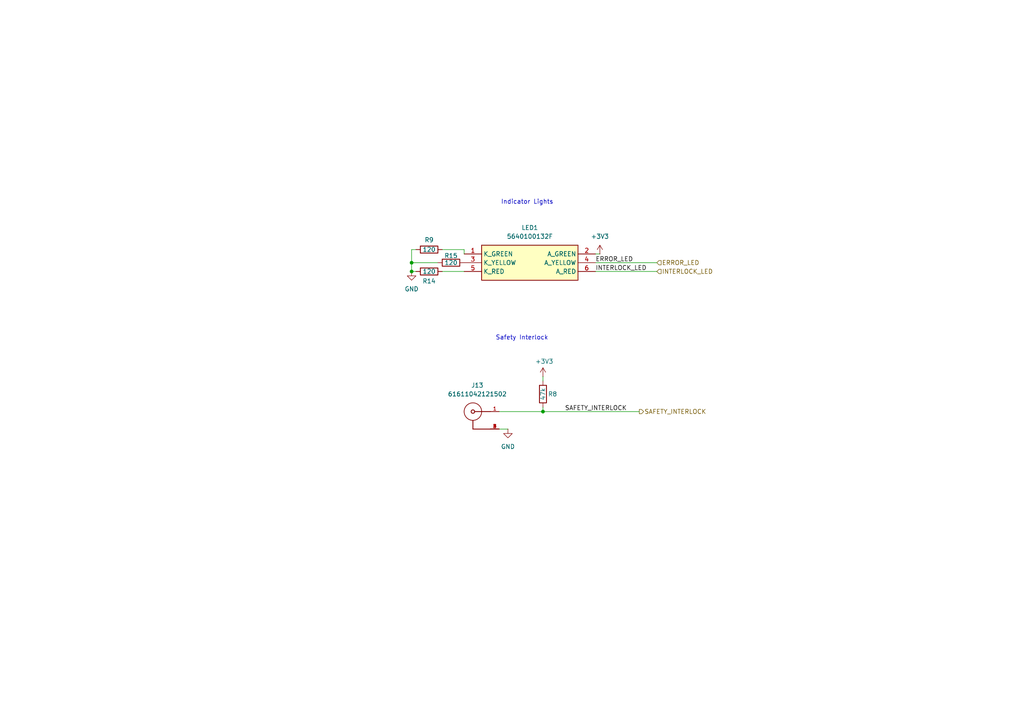
<source format=kicad_sch>
(kicad_sch (version 20250114) (generator "eeschema") (generator_version "9.0")
  (paper "A4")
  (title_block (title "LED Indicators and Interlock") (date "2026-01-08") (rev "0.1") (company "OpenPIV Consortium"))
  (lib_symbols
    (symbol "5640100132F:5640100132F"
      (property "Reference" "LED" (at 34.29 7.62 0))
      (property "Value" "5640100132F" (at 34.29 5.08 0))
      (symbol "5640100132F_1_1"
        (rectangle (start 5.08 2.54) (end 33.02 -7.62) (stroke (width 0.254)) (fill (type background)))
        (pin passive line (at 0 0 0) (length 5.08) (name "K_GREEN") (number "1"))
        (pin passive line (at 0 -2.54 0) (length 5.08) (name "K_YELLOW") (number "3"))
        (pin passive line (at 0 -5.08 0) (length 5.08) (name "K_RED") (number "5"))
        (pin passive line (at 38.1 0 180) (length 5.08) (name "A_GREEN") (number "2"))
        (pin passive line (at 38.1 -2.54 180) (length 5.08) (name "A_YELLOW") (number "4"))
        (pin passive line (at 38.1 -5.08 180) (length 5.08) (name "A_RED") (number "6"))
      )
    )
    (symbol "61611042121502:61611042121502" (pin_names (offset 1.016))
      (property "Reference" "J" (at 0 3.54 0))
      (property "Value" "61611042121502" (at -5.08 -8.08 0))
      (symbol "61611042121502_0_0"
        (circle (center 0 0) (radius 0.5) (stroke (width 0.254)))
        (circle (center 0 0) (radius 2.54) (stroke (width 0.2)))
        (polyline (pts (xy 0 -2.54) (xy 0 -5.08)) (stroke (width 0.254)))
        (polyline (pts (xy 0 -5.08) (xy 5.08 -5.08)) (stroke (width 0.254)))
        (polyline (pts (xy 5.08 0) (xy 0.54 0)) (stroke (width 0.254)))
        (pin passive line (at 7.62 0 180) (length 2.54) (name "~") (number "1"))
        (pin passive line (at 7.62 -5.08 180) (length 2.54) (name "~") (number "2"))
        (pin passive line (at 7.62 -5.08 180) (length 2.54) (name "~") (number "3"))
        (pin passive line (at 7.62 -5.08 180) (length 2.54) (name "~") (number "4"))
        (pin passive line (at 7.62 -5.08 180) (length 2.54) (name "~") (number "5"))
      )
    )
    (symbol "Device:R" (pin_numbers (hide yes)) (pin_names (offset 0))
      (property "Reference" "R" (at 2.032 0 90))
      (property "Value" "R" (at 0 0 90))
      (symbol "R_0_1"
        (rectangle (start -1.016 -2.54) (end 1.016 2.54) (stroke (width 0.254)))
      )
      (symbol "R_1_1"
        (pin passive line (at 0 3.81 270) (length 1.27) (name "~") (number "1"))
        (pin passive line (at 0 -3.81 90) (length 1.27) (name "~") (number "2"))
      )
    )
    (symbol "power:+3V3" (power) (pin_numbers (hide yes)) (pin_names (offset 0) (hide yes))
      (property "Value" "+3V3" (at 0 3.556 0))
      (symbol "+3V3_0_1"
        (polyline (pts (xy -0.762 1.27) (xy 0 2.54)))
        (polyline (pts (xy 0 2.54) (xy 0.762 1.27)))
        (polyline (pts (xy 0 0) (xy 0 2.54)))
      )
      (symbol "+3V3_1_1"
        (pin power_in line (at 0 0 90) (length 0) (name "~") (number "1"))
      )
    )
    (symbol "power:GND" (power) (pin_numbers (hide yes)) (pin_names (offset 0) (hide yes))
      (property "Value" "GND" (at 0 -3.81 0))
      (symbol "GND_0_1"
        (polyline (pts (xy 0 0) (xy 0 -1.27) (xy 1.27 -1.27) (xy 0 -2.54) (xy -1.27 -1.27) (xy 0 -1.27)))
      )
      (symbol "GND_1_1"
        (pin power_in line (at 0 0 270) (length 0) (name "~") (number "1"))
      )
    )
  )
  (text "Safety Interlock" (at 151.384 98.044 0) (effects (font (size 1.27 1.27))))
  (text "Indicator Lights" (at 152.908 58.674 0) (effects (font (size 1.27 1.27))))
  (junction (at 119.38 76.2))
  (junction (at 157.48 119.38))
  (junction (at 119.38 78.74))
  (wire (pts (xy 172.72 78.74) (xy 190.5 78.74)))
  (wire (pts (xy 128.27 78.74) (xy 134.62 78.74)))
  (wire (pts (xy 172.72 76.2) (xy 190.5 76.2)))
  (wire (pts (xy 119.38 72.39) (xy 119.38 76.2)))
  (wire (pts (xy 157.48 118.11) (xy 157.48 119.38)))
  (wire (pts (xy 157.48 119.38) (xy 185.42 119.38)))
  (wire (pts (xy 144.78 119.38) (xy 157.48 119.38)))
  (wire (pts (xy 119.38 72.39) (xy 120.65 72.39)))
  (wire (pts (xy 144.78 124.46) (xy 147.32 124.46)))
  (wire (pts (xy 157.48 109.22) (xy 157.48 110.49)))
  (wire (pts (xy 119.38 76.2) (xy 119.38 78.74)))
  (wire (pts (xy 134.62 72.39) (xy 128.27 72.39)))
  (wire (pts (xy 172.72 73.66) (xy 173.99 73.66)))
  (wire (pts (xy 119.38 78.74) (xy 120.65 78.74)))
  (wire (pts (xy 134.62 73.66) (xy 134.62 72.39)))
  (wire (pts (xy 119.38 76.2) (xy 127 76.2)))
  (label "SAFETY_INTERLOCK" (at 163.83 119.38 0))
  (label "INTERLOCK_LED" (at 172.72 78.74 0))
  (label "ERROR_LED" (at 172.72 76.2 0))
  (hierarchical_label "ERROR_LED" (shape input) (at 190.5 76.2 0))
  (hierarchical_label "INTERLOCK_LED" (shape input) (at 190.5 78.74 0))
  (hierarchical_label "SAFETY_INTERLOCK" (shape output) (at 185.42 119.38 0))
  (symbol (lib_id "power:+3V3") (at 157.48 109.22 0) (unit 1)
    (property "Reference" "#PWR060" (effects (hide yes)))
    (property "Value" "+3V3" (at 157.861 104.8258 0))
  )
  (symbol (lib_id "Device:R") (at 124.46 72.39 90) (unit 1)
    (property "Reference" "R9" (at 124.46 69.596 90))
    (property "Value" "120" (at 124.46 72.39 90))
    (property "Footprint" "Resistor_SMD:R_0402_1005Metric" (effects (hide yes)))
    (property "Description" "Resistor" (effects (hide yes)))
    (property "LCSC" "C2100747" (effects (hide yes)))
  )
  (symbol (lib_id "61611042121502:61611042121502") (at 137.16 119.38 0) (unit 1)
    (property "Reference" "J13" (at 138.4435 111.76 0))
    (property "Value" "61611042121502" (at 138.4435 114.3 0))
    (property "Footprint" "61611042121502:61611042121502" (effects (hide yes)))
  )
  (symbol (lib_id "power:GND") (at 147.32 124.46 0) (unit 1)
    (property "Reference" "#PWR012" (effects (hide yes)))
    (property "Value" "GND" (at 147.32 129.54 0))
    (property "Description" "Power symbol creates a global label with name \"GND\" , ground" (effects (hide yes)))
  )
  (symbol (lib_id "power:GND") (at 119.38 78.74 0) (unit 1)
    (property "Reference" "#PWR020" (effects (hide yes)))
    (property "Value" "GND" (at 119.38 83.82 0))
    (property "Description" "Power symbol creates a global label with name \"GND\" , ground" (effects (hide yes)))
  )
  (symbol (lib_id "Device:R") (at 124.46 78.74 270) (unit 1)
    (property "Reference" "R14" (at 124.46 81.534 90))
    (property "Value" "120" (at 124.46 78.74 90))
    (property "Footprint" "Resistor_SMD:R_0402_1005Metric" (effects (hide yes)))
    (property "Description" "Resistor" (effects (hide yes)))
    (property "LCSC" "C2100747" (effects (hide yes)))
  )
  (symbol (lib_id "power:+3V3") (at 173.99 73.66 0) (unit 1)
    (property "Reference" "#PWR028" (effects (hide yes)))
    (property "Value" "+3V3" (at 173.99 68.58 0))
    (property "Description" "Power symbol creates a global label with name \"+3V3\"" (effects (hide yes)))
  )
  (symbol (lib_id "5640100132F:5640100132F") (at 134.62 73.66 0) (unit 1)
    (property "Reference" "LED1" (at 153.67 66.04 0))
    (property "Value" "5640100132F" (at 153.67 68.58 0))
    (property "Footprint" "5640100132F:5640100132F" (effects (hide yes)))
    (property "Datasheet" "https://www.dialightsignalsandcomponents.com/564-series-cbi-3mm-3hx1w-r-y-g/#resources-btn" (effects (hide yes)))
    (property "Description" "LED Circuit Board Indicator LED Circuit Board Indicator 3 High Green (x 1), Red (x 1), Yellow (x 1) 2.1V Green, 2V Red, 2.1V Yellow Round with Domed Top 3mm, T-1 Through Hole, Right Angle" (effects (hide yes)))
    (property "Height" "15.367" (effects (hide yes)))
    (property "Manufacturer_Name" "Dialight" (effects (hide yes)))
    (property "Manufacturer_Part_Number" "5640100132F" (effects (hide yes)))
    (property "Arrow Part Number" "5640100132F" (effects (hide yes)))
    (property "Arrow Price/Stock" "https://www.arrow.com/en/products/564-0100-132f/dialight" (effects (hide yes)))
  )
  (symbol (lib_id "Device:R") (at 157.48 114.3 0) (unit 1)
    (property "Reference" "R8" (at 160.274 114.3 0))
    (property "Value" "47k" (at 157.48 114.3 90))
    (property "Footprint" "Resistor_SMD:R_0402_1005Metric" (effects (hide yes)))
    (property "Description" "Resistor" (effects (hide yes)))
    (property "LCSC" "C176117" (effects (hide yes)))
  )
  (symbol (lib_id "Device:R") (at 130.81 76.2 270) (unit 1)
    (property "Reference" "R15" (at 130.81 74.168 90))
    (property "Value" "120" (at 130.81 76.2 90))
    (property "Footprint" "Resistor_SMD:R_0402_1005Metric" (effects (hide yes)))
    (property "Description" "Resistor" (effects (hide yes)))
    (property "LCSC" "C2100747" (effects (hide yes)))
  )
)
</source>
